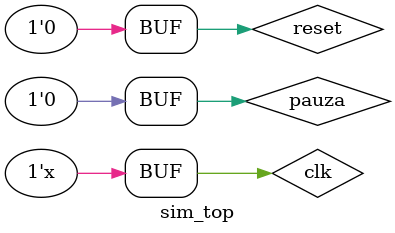
<source format=v>
`timescale 1ns / 1ps


module sim_top();
    reg reset, clk, pauza;
    wire [6:0] secs_7z, secs_7u, mins_7z, mins_7u, hours_7z, hours_7u;
    
    top_circuit top_level(clk, reset, pauza, secs_7z, secs_7u, mins_7z, mins_7u, hours_7z, hours_7u);
    
    initial begin
        #0 clk = 0; reset = 0; pauza = 0;
        #10 reset = 1; pauza = 0;
        #10 reset = 0; pauza = 0;
    end
    
    always #10 clk = ~clk;
endmodule
</source>
